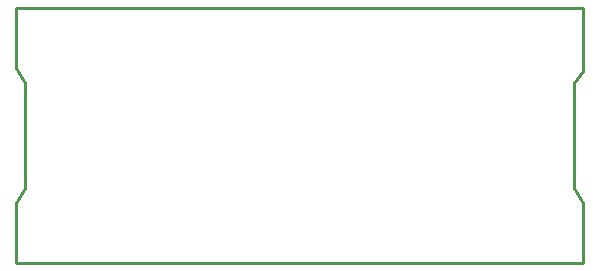
<source format=gbr>
G04 EAGLE Gerber RS-274X export*
G75*
%MOMM*%
%FSLAX34Y34*%
%LPD*%
%IN*%
%IPPOS*%
%AMOC8*
5,1,8,0,0,1.08239X$1,22.5*%
G01*
%ADD10C,0.254000*%


D10*
X0Y0D02*
X480060Y0D01*
X480060Y50800D01*
X472440Y63500D01*
X472440Y152400D01*
X480060Y162560D01*
X480060Y215900D01*
X0Y215900D01*
X0Y165100D01*
X7620Y152400D01*
X7620Y63500D01*
X0Y50800D01*
X0Y0D01*
M02*

</source>
